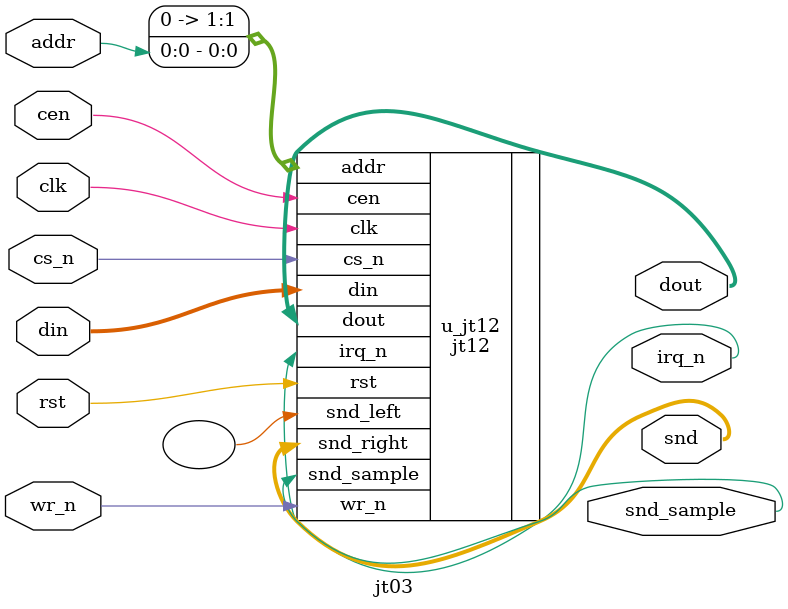
<source format=v>
/* This file is part of JT12.

 
    JT12 program is free software: you can redistribute it and/or modify
    it under the terms of the GNU General Public License as published by
    the Free Software Foundation, either version 3 of the License, or
    (at your option) any later version.

    JT12 program is distributed in the hope that it will be useful,
    but WITHOUT ANY WARRANTY; without even the implied warranty of
    MERCHANTABILITY or FITNESS FOR A PARTICULAR PURPOSE.  See the
    GNU General Public License for more details.

    You should have received a copy of the GNU General Public License
    along with JT12.  If not, see <http://www.gnu.org/licenses/>.

    Author: Jose Tejada Gomez. Twitter: @topapate
    Version: 1.0
    Date: 27-1-2017 
    
    Each channel can use the full range of the DAC as they do not
    get summed in the real chip.

    Operator data is summed up without adding extra bits. This is
    the case of real YM3438, which was used on Megadrive 2 models.


*/



module jt03(
    input           rst,        // rst should be at least 6 clk&cen cycles long
    input           clk,        // CPU clock
    input           cen,        // optional clock enable, it not needed leave as 1'b1
    input   [7:0]   din,
    input           addr,
    input           cs_n,
    input           wr_n,
    
    output  [7:0]   dout,
    output          irq_n,
    // combined output
    output  signed  [15:0]  snd,
    output          snd_sample
);

jt12 #(.use_lfo(0),.use_ssg(1), .num_ch(3), .use_pcm(0), .use_lr(0)) 
u_jt12(
    .rst            ( rst          ),        // rst should be at least 6 clk&cen cycles long
    .clk            ( clk          ),        // CPU clock
    .cen            ( cen          ),        // optional clock enable, it not needed leave as 1'b1
    .din            ( din          ),
    .addr           ( {1'b0, addr} ),
    .cs_n           ( cs_n         ),
    .wr_n           ( wr_n         ),
    
    .dout           ( dout         ),
    .irq_n          ( irq_n        ),

    .snd_right      ( snd          ),
    .snd_left       (              ),
    .snd_sample     ( snd_sample   )
);

endmodule // jt03
</source>
